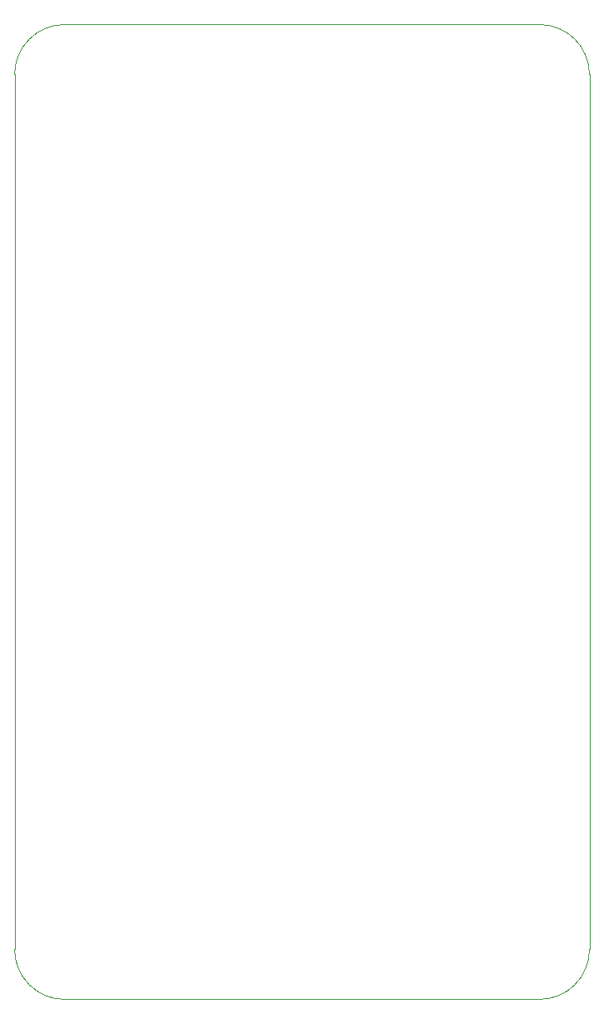
<source format=gbr>
G04 #@! TF.GenerationSoftware,KiCad,Pcbnew,5.1.6-c6e7f7d~87~ubuntu18.04.1*
G04 #@! TF.CreationDate,2020-08-03T08:46:45-04:00*
G04 #@! TF.ProjectId,2164SVF,32313634-5356-4462-9e6b-696361645f70,1*
G04 #@! TF.SameCoordinates,Original*
G04 #@! TF.FileFunction,Profile,NP*
%FSLAX46Y46*%
G04 Gerber Fmt 4.6, Leading zero omitted, Abs format (unit mm)*
G04 Created by KiCad (PCBNEW 5.1.6-c6e7f7d~87~ubuntu18.04.1) date 2020-08-03 08:46:45*
%MOMM*%
%LPD*%
G01*
G04 APERTURE LIST*
G04 #@! TA.AperFunction,Profile*
%ADD10C,0.050000*%
G04 #@! TD*
G04 APERTURE END LIST*
D10*
X156210000Y-46990000D02*
G75*
G02*
X161290000Y-52070000I0J-5080000D01*
G01*
X161290000Y-140970000D02*
G75*
G02*
X156210000Y-146050000I-5080000J0D01*
G01*
X107950000Y-146050000D02*
G75*
G02*
X102870000Y-140970000I0J5080000D01*
G01*
X102870000Y-52070000D02*
G75*
G02*
X107950000Y-46990000I5080000J0D01*
G01*
X156210000Y-146050000D02*
X107950000Y-146050000D01*
X107950000Y-46990000D02*
X156210000Y-46990000D01*
X161290000Y-140970000D02*
X161290000Y-52070000D01*
X102870000Y-52070000D02*
X102870000Y-140970000D01*
M02*

</source>
